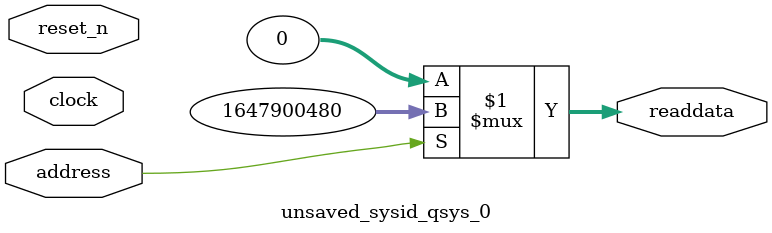
<source format=v>



// synthesis translate_off
`timescale 1ns / 1ps
// synthesis translate_on

// turn off superfluous verilog processor warnings 
// altera message_level Level1 
// altera message_off 10034 10035 10036 10037 10230 10240 10030 

module unsaved_sysid_qsys_0 (
               // inputs:
                address,
                clock,
                reset_n,

               // outputs:
                readdata
             )
;

  output  [ 31: 0] readdata;
  input            address;
  input            clock;
  input            reset_n;

  wire    [ 31: 0] readdata;
  //control_slave, which is an e_avalon_slave
  assign readdata = address ? 1647900480 : 0;

endmodule



</source>
